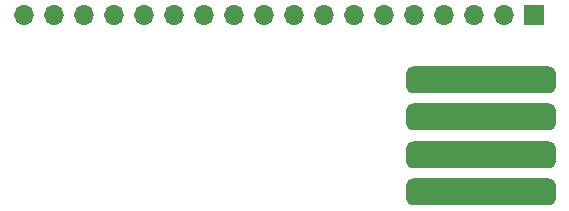
<source format=gbr>
%TF.GenerationSoftware,KiCad,Pcbnew,8.0.7-8.0.7-0~ubuntu24.04.1*%
%TF.CreationDate,2025-01-13T21:17:16-08:00*%
%TF.ProjectId,NX-ButtonInterface,4e582d42-7574-4746-9f6e-496e74657266,1*%
%TF.SameCoordinates,Original*%
%TF.FileFunction,Soldermask,Top*%
%TF.FilePolarity,Negative*%
%FSLAX46Y46*%
G04 Gerber Fmt 4.6, Leading zero omitted, Abs format (unit mm)*
G04 Created by KiCad (PCBNEW 8.0.7-8.0.7-0~ubuntu24.04.1) date 2025-01-13 21:17:16*
%MOMM*%
%LPD*%
G01*
G04 APERTURE LIST*
G04 Aperture macros list*
%AMRoundRect*
0 Rectangle with rounded corners*
0 $1 Rounding radius*
0 $2 $3 $4 $5 $6 $7 $8 $9 X,Y pos of 4 corners*
0 Add a 4 corners polygon primitive as box body*
4,1,4,$2,$3,$4,$5,$6,$7,$8,$9,$2,$3,0*
0 Add four circle primitives for the rounded corners*
1,1,$1+$1,$2,$3*
1,1,$1+$1,$4,$5*
1,1,$1+$1,$6,$7*
1,1,$1+$1,$8,$9*
0 Add four rect primitives between the rounded corners*
20,1,$1+$1,$2,$3,$4,$5,0*
20,1,$1+$1,$4,$5,$6,$7,0*
20,1,$1+$1,$6,$7,$8,$9,0*
20,1,$1+$1,$8,$9,$2,$3,0*%
G04 Aperture macros list end*
%ADD10R,1.700000X1.700000*%
%ADD11O,1.700000X1.700000*%
%ADD12RoundRect,0.571500X-5.778500X-0.571500X5.778500X-0.571500X5.778500X0.571500X-5.778500X0.571500X0*%
G04 APERTURE END LIST*
D10*
%TO.C,J1*%
X129921000Y-92964000D03*
D11*
X127381000Y-92964000D03*
X124841000Y-92964000D03*
X122301000Y-92964000D03*
X119761000Y-92964000D03*
X117221000Y-92964000D03*
X114681000Y-92964000D03*
X112141000Y-92964000D03*
X109601000Y-92964000D03*
X107061000Y-92964000D03*
X104521000Y-92964000D03*
X101981000Y-92964000D03*
X99441000Y-92964000D03*
X96901000Y-92964000D03*
X94361000Y-92964000D03*
X91821000Y-92964000D03*
X89281000Y-92964000D03*
X86741000Y-92964000D03*
%TD*%
D12*
%TO.C,J2*%
X125463300Y-107988100D03*
X125463300Y-104813100D03*
X125463300Y-101638100D03*
X125463300Y-98463100D03*
%TD*%
M02*

</source>
